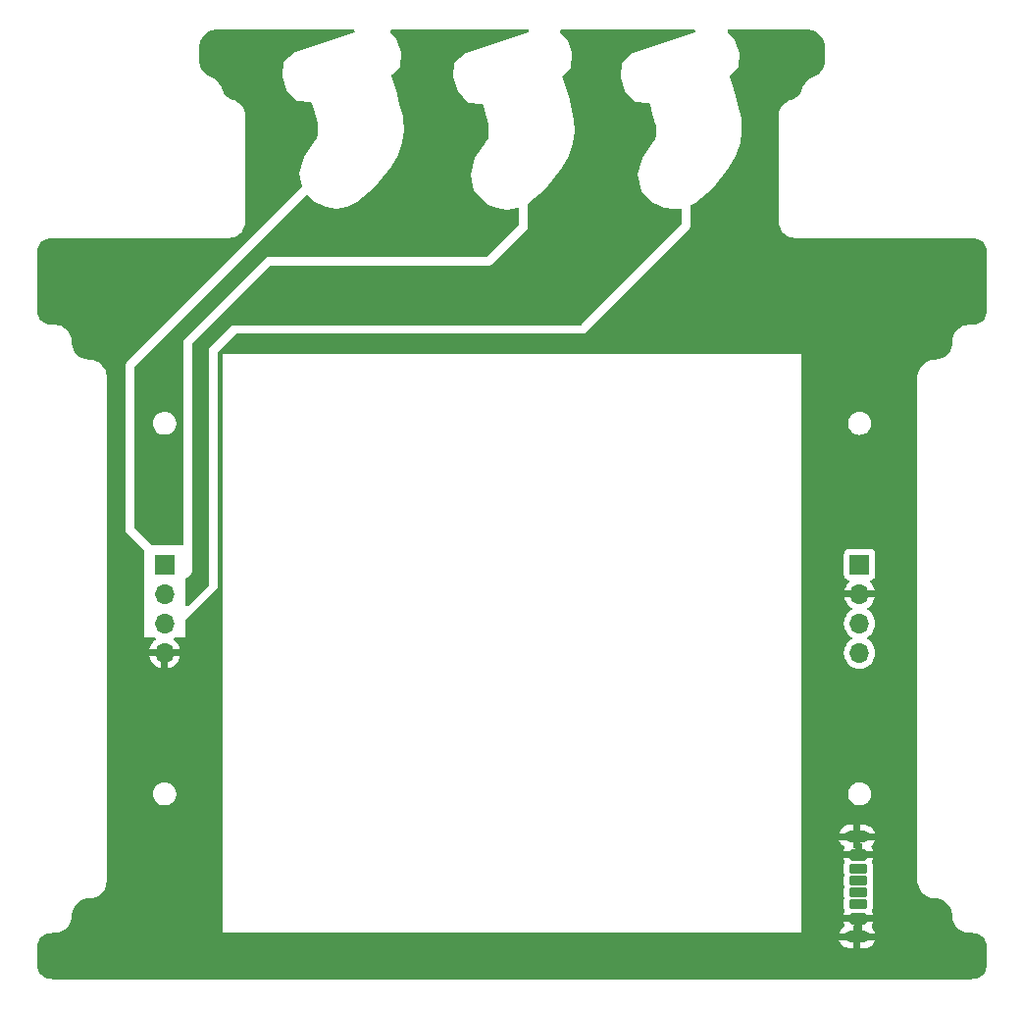
<source format=gbr>
G04 #@! TF.GenerationSoftware,KiCad,Pcbnew,7.0.8*
G04 #@! TF.CreationDate,2023-11-05T18:38:43+01:00*
G04 #@! TF.ProjectId,Middle,4d696464-6c65-42e6-9b69-6361645f7063,rev?*
G04 #@! TF.SameCoordinates,Original*
G04 #@! TF.FileFunction,Copper,L2,Bot*
G04 #@! TF.FilePolarity,Positive*
%FSLAX46Y46*%
G04 Gerber Fmt 4.6, Leading zero omitted, Abs format (unit mm)*
G04 Created by KiCad (PCBNEW 7.0.8) date 2023-11-05 18:38:43*
%MOMM*%
%LPD*%
G01*
G04 APERTURE LIST*
G04 Aperture macros list*
%AMRoundRect*
0 Rectangle with rounded corners*
0 $1 Rounding radius*
0 $2 $3 $4 $5 $6 $7 $8 $9 X,Y pos of 4 corners*
0 Add a 4 corners polygon primitive as box body*
4,1,4,$2,$3,$4,$5,$6,$7,$8,$9,$2,$3,0*
0 Add four circle primitives for the rounded corners*
1,1,$1+$1,$2,$3*
1,1,$1+$1,$4,$5*
1,1,$1+$1,$6,$7*
1,1,$1+$1,$8,$9*
0 Add four rect primitives between the rounded corners*
20,1,$1+$1,$2,$3,$4,$5,0*
20,1,$1+$1,$4,$5,$6,$7,0*
20,1,$1+$1,$6,$7,$8,$9,0*
20,1,$1+$1,$8,$9,$2,$3,0*%
G04 Aperture macros list end*
G04 #@! TA.AperFunction,ComponentPad*
%ADD10R,1.700000X1.700000*%
G04 #@! TD*
G04 #@! TA.AperFunction,ComponentPad*
%ADD11O,1.700000X1.700000*%
G04 #@! TD*
G04 #@! TA.AperFunction,ComponentPad*
%ADD12RoundRect,0.205000X0.557000X-0.205000X0.557000X0.205000X-0.557000X0.205000X-0.557000X-0.205000X0*%
G04 #@! TD*
G04 #@! TA.AperFunction,ComponentPad*
%ADD13RoundRect,0.215500X0.546500X-0.215500X0.546500X0.215500X-0.546500X0.215500X-0.546500X-0.215500X0*%
G04 #@! TD*
G04 #@! TA.AperFunction,ComponentPad*
%ADD14RoundRect,0.250000X0.512000X-0.250000X0.512000X0.250000X-0.512000X0.250000X-0.512000X-0.250000X0*%
G04 #@! TD*
G04 #@! TA.AperFunction,ComponentPad*
%ADD15O,2.200000X1.000000*%
G04 #@! TD*
G04 APERTURE END LIST*
D10*
X160000000Y-106200000D03*
D11*
X160000000Y-108740000D03*
X160000000Y-111280000D03*
X160000000Y-113820000D03*
D10*
X100000000Y-106200000D03*
D11*
X100000000Y-108740000D03*
X100000000Y-111280000D03*
X100000000Y-113820000D03*
D12*
X159900000Y-134500000D03*
D13*
X159900000Y-132480000D03*
D14*
X159900000Y-131250000D03*
D12*
X159900000Y-133500000D03*
D13*
X159900000Y-135520000D03*
D14*
X159900000Y-136750000D03*
D15*
X159780000Y-138320000D03*
X159780000Y-129680000D03*
G04 #@! TA.AperFunction,Conductor*
G36*
X116347892Y-60020185D02*
G01*
X116393647Y-60072989D01*
X116403591Y-60142147D01*
X116374566Y-60205703D01*
X116319752Y-60242241D01*
X111254167Y-61915818D01*
X111254166Y-61915818D01*
X110258556Y-62770210D01*
X110258555Y-62770212D01*
X110166136Y-64077592D01*
X110166136Y-64077595D01*
X110554412Y-65222182D01*
X111418316Y-66202626D01*
X111418317Y-66202626D01*
X111418318Y-66202627D01*
X112633063Y-66286259D01*
X112698590Y-66310500D01*
X112740610Y-66366322D01*
X112744944Y-66380303D01*
X112867539Y-66877923D01*
X113207977Y-68097955D01*
X113212464Y-68126945D01*
X113245411Y-69068180D01*
X113240136Y-69108552D01*
X113167063Y-69349158D01*
X113152422Y-69380639D01*
X112905426Y-69761144D01*
X112058376Y-70998087D01*
X112058375Y-70998088D01*
X111646107Y-72429989D01*
X111646106Y-72429993D01*
X111879738Y-73509532D01*
X111874679Y-73579219D01*
X111846225Y-73623442D01*
X96734838Y-88734831D01*
X96734833Y-88734837D01*
X96716883Y-88761699D01*
X96712906Y-88767011D01*
X96692194Y-88791795D01*
X96692193Y-88791797D01*
X96682706Y-88809169D01*
X96680451Y-88812969D01*
X96669802Y-88829540D01*
X96668954Y-88830651D01*
X96665068Y-88837202D01*
X96664126Y-88839872D01*
X96660521Y-88847961D01*
X96660782Y-88848072D01*
X96658402Y-88853678D01*
X96655707Y-88862293D01*
X96645122Y-88886618D01*
X96640653Y-88894465D01*
X96639506Y-88897913D01*
X96634680Y-88916817D01*
X96632685Y-88927874D01*
X96632598Y-88929264D01*
X96632180Y-88932172D01*
X96629651Y-88943328D01*
X96627979Y-88958908D01*
X96627791Y-88958887D01*
X96627544Y-88964437D01*
X96627672Y-88966823D01*
X96625469Y-88997642D01*
X96625000Y-88999999D01*
X96625000Y-103200003D01*
X96631302Y-103231684D01*
X96632247Y-103238257D01*
X96635126Y-103270430D01*
X96635129Y-103270442D01*
X96640700Y-103289415D01*
X96641794Y-103293702D01*
X96645986Y-103312973D01*
X96646172Y-103314356D01*
X96648052Y-103321718D01*
X96648052Y-103321719D01*
X96648053Y-103321721D01*
X96649275Y-103324276D01*
X96652439Y-103332530D01*
X96652704Y-103332424D01*
X96654985Y-103338070D01*
X96659177Y-103346078D01*
X96668896Y-103370767D01*
X96671290Y-103379491D01*
X96671291Y-103379492D01*
X96672940Y-103382786D01*
X96682837Y-103399466D01*
X96689295Y-103408766D01*
X96690229Y-103409824D01*
X96691972Y-103412154D01*
X96698060Y-103421815D01*
X96707889Y-103434003D01*
X96707740Y-103434122D01*
X96711475Y-103438205D01*
X96711479Y-103438210D01*
X96713263Y-103439813D01*
X96733500Y-103463168D01*
X96734831Y-103465161D01*
X98163681Y-104894011D01*
X98197166Y-104955334D01*
X98200000Y-104981692D01*
X98200000Y-112500000D01*
X99138225Y-112500000D01*
X99205264Y-112519685D01*
X99251019Y-112572489D01*
X99260963Y-112641647D01*
X99231938Y-112705203D01*
X99209348Y-112725575D01*
X99128926Y-112781886D01*
X99128920Y-112781891D01*
X98961891Y-112948920D01*
X98961886Y-112948926D01*
X98826400Y-113142420D01*
X98826399Y-113142422D01*
X98726570Y-113356507D01*
X98726566Y-113356516D01*
X98682761Y-113519999D01*
X98682762Y-113520000D01*
X99598446Y-113520000D01*
X99540507Y-113610156D01*
X99500000Y-113748111D01*
X99500000Y-113891889D01*
X99540507Y-114029844D01*
X99598446Y-114120000D01*
X98682762Y-114120000D01*
X98726566Y-114283483D01*
X98726570Y-114283492D01*
X98826399Y-114497578D01*
X98961894Y-114691082D01*
X99128917Y-114858105D01*
X99322421Y-114993600D01*
X99536507Y-115093429D01*
X99536516Y-115093433D01*
X99699999Y-115137238D01*
X99700000Y-115137237D01*
X99700000Y-114221643D01*
X99726900Y-114244952D01*
X99857685Y-114304680D01*
X99964237Y-114320000D01*
X100035763Y-114320000D01*
X100142315Y-114304680D01*
X100273100Y-114244952D01*
X100300000Y-114221643D01*
X100300000Y-115137238D01*
X100463483Y-115093433D01*
X100463492Y-115093429D01*
X100677578Y-114993600D01*
X100871082Y-114858105D01*
X101038105Y-114691082D01*
X101173600Y-114497578D01*
X101273429Y-114283492D01*
X101273433Y-114283483D01*
X101317238Y-114120000D01*
X100401554Y-114120000D01*
X100459493Y-114029844D01*
X100500000Y-113891889D01*
X100500000Y-113748111D01*
X100459493Y-113610156D01*
X100401554Y-113520000D01*
X101317238Y-113520000D01*
X101317238Y-113519999D01*
X101273433Y-113356516D01*
X101273429Y-113356507D01*
X101173600Y-113142422D01*
X101173599Y-113142420D01*
X101038113Y-112948926D01*
X101038108Y-112948920D01*
X100871078Y-112781890D01*
X100790651Y-112725574D01*
X100747026Y-112670997D01*
X100739834Y-112601499D01*
X100771356Y-112539144D01*
X100831586Y-112503731D01*
X100861775Y-112500000D01*
X101800000Y-112500000D01*
X101800000Y-111071692D01*
X101819685Y-111004653D01*
X101836319Y-110984011D01*
X103085712Y-109734618D01*
X104465165Y-108355165D01*
X104483117Y-108328295D01*
X104487091Y-108322988D01*
X104507812Y-108298194D01*
X104517297Y-108280821D01*
X104519538Y-108277043D01*
X104530246Y-108260384D01*
X104530247Y-108260382D01*
X104531091Y-108259274D01*
X104534960Y-108252751D01*
X104534959Y-108252751D01*
X104534962Y-108252749D01*
X104535890Y-108250116D01*
X104539420Y-108242205D01*
X104539129Y-108242081D01*
X104541510Y-108236480D01*
X104541512Y-108236477D01*
X104544253Y-108227734D01*
X104554818Y-108203477D01*
X104559350Y-108195520D01*
X104559351Y-108195515D01*
X104560517Y-108192011D01*
X104565309Y-108173240D01*
X104567316Y-108162113D01*
X104567403Y-108160717D01*
X104567787Y-108158045D01*
X104570322Y-108146885D01*
X104570697Y-108143405D01*
X104570699Y-108143401D01*
X104570698Y-108143396D01*
X104572009Y-108131255D01*
X104572200Y-108131275D01*
X104572436Y-108126000D01*
X104572445Y-108125643D01*
X104572455Y-108125578D01*
X104572326Y-108123183D01*
X104574534Y-108092341D01*
X104575000Y-108089999D01*
X104575000Y-88000000D01*
X105000000Y-88000000D01*
X105000000Y-138000000D01*
X155000000Y-138000000D01*
X155000000Y-126000000D01*
X158994659Y-126000000D01*
X159013975Y-126196129D01*
X159071188Y-126384733D01*
X159164086Y-126558532D01*
X159164090Y-126558539D01*
X159289116Y-126710883D01*
X159441460Y-126835909D01*
X159441467Y-126835913D01*
X159441469Y-126835914D01*
X159615273Y-126928814D01*
X159645937Y-126938116D01*
X159649436Y-126939294D01*
X159651796Y-126940168D01*
X159651799Y-126940170D01*
X159658005Y-126941776D01*
X159803868Y-126986024D01*
X159834662Y-126989056D01*
X159841911Y-126990344D01*
X159841955Y-126990063D01*
X159848175Y-126991015D01*
X159848182Y-126991017D01*
X159859880Y-126991610D01*
X159862782Y-126991826D01*
X160000000Y-127005341D01*
X160035203Y-127001873D01*
X160044500Y-127001653D01*
X160044498Y-127001610D01*
X160050768Y-127001291D01*
X160050780Y-127001292D01*
X160066580Y-126998871D01*
X160069831Y-126998463D01*
X160196132Y-126986024D01*
X160234291Y-126974448D01*
X160250827Y-126970694D01*
X160251296Y-126970573D01*
X160251299Y-126970573D01*
X160268704Y-126964127D01*
X160272227Y-126962940D01*
X160384727Y-126928814D01*
X160427647Y-126905872D01*
X160435331Y-126902415D01*
X160441530Y-126900120D01*
X160458615Y-126889470D01*
X160462088Y-126887463D01*
X160558538Y-126835910D01*
X160599627Y-126802188D01*
X160606142Y-126797515D01*
X160613684Y-126792815D01*
X160628726Y-126778516D01*
X160632034Y-126775592D01*
X160710883Y-126710883D01*
X160747511Y-126666251D01*
X160752696Y-126660674D01*
X160760715Y-126653052D01*
X160772568Y-126636021D01*
X160775484Y-126632165D01*
X160835910Y-126558538D01*
X160865356Y-126503446D01*
X160869125Y-126497293D01*
X160876601Y-126486553D01*
X160884578Y-126467963D01*
X160886862Y-126463213D01*
X160928814Y-126384727D01*
X160948361Y-126320288D01*
X160950696Y-126313892D01*
X160956600Y-126300135D01*
X160960497Y-126281170D01*
X160961881Y-126275719D01*
X160986024Y-126196132D01*
X160993116Y-126124121D01*
X160994082Y-126117740D01*
X160997435Y-126101429D01*
X160998098Y-126075196D01*
X160998373Y-126070741D01*
X161005341Y-126000000D01*
X160998373Y-125929261D01*
X160998098Y-125924800D01*
X160997435Y-125898571D01*
X160994081Y-125882253D01*
X160993116Y-125875881D01*
X160986024Y-125803868D01*
X160961888Y-125724305D01*
X160960492Y-125718804D01*
X160956600Y-125699865D01*
X160950702Y-125686121D01*
X160948354Y-125679687D01*
X160928814Y-125615273D01*
X160886871Y-125536803D01*
X160884577Y-125532035D01*
X160876601Y-125513447D01*
X160869135Y-125502721D01*
X160865347Y-125496535D01*
X160835910Y-125441462D01*
X160835908Y-125441460D01*
X160835908Y-125441459D01*
X160816696Y-125418050D01*
X160775498Y-125367850D01*
X160772561Y-125363969D01*
X160760715Y-125346948D01*
X160752711Y-125339339D01*
X160747497Y-125333731D01*
X160710883Y-125289116D01*
X160632085Y-125224448D01*
X160628703Y-125221460D01*
X160613686Y-125207187D01*
X160613684Y-125207185D01*
X160606145Y-125202486D01*
X160599606Y-125197794D01*
X160558540Y-125164091D01*
X160558532Y-125164086D01*
X160493705Y-125129436D01*
X160462130Y-125112558D01*
X160458570Y-125110501D01*
X160441535Y-125099883D01*
X160441534Y-125099882D01*
X160441530Y-125099880D01*
X160441526Y-125099878D01*
X160441523Y-125099877D01*
X160435335Y-125097585D01*
X160427635Y-125094120D01*
X160384728Y-125071186D01*
X160272253Y-125037066D01*
X160268721Y-125035878D01*
X160251300Y-125029427D01*
X160250854Y-125029312D01*
X160234276Y-125025547D01*
X160196132Y-125013976D01*
X160196130Y-125013975D01*
X160196132Y-125013975D01*
X160069849Y-125001537D01*
X160066541Y-125001122D01*
X160050784Y-124998708D01*
X160044504Y-124998390D01*
X160044506Y-124998347D01*
X160035205Y-124998125D01*
X160000003Y-124994659D01*
X159999999Y-124994659D01*
X159862793Y-125008171D01*
X159859860Y-125008390D01*
X159848185Y-125008982D01*
X159841974Y-125009934D01*
X159841931Y-125009654D01*
X159834679Y-125010941D01*
X159803869Y-125013975D01*
X159658009Y-125058221D01*
X159651793Y-125059831D01*
X159649430Y-125060706D01*
X159645903Y-125061893D01*
X159615270Y-125071186D01*
X159441467Y-125164086D01*
X159441460Y-125164090D01*
X159289116Y-125289116D01*
X159164090Y-125441460D01*
X159164086Y-125441467D01*
X159071188Y-125615266D01*
X159013975Y-125803870D01*
X158994659Y-126000000D01*
X155000000Y-126000000D01*
X155000000Y-113820000D01*
X158644341Y-113820000D01*
X158664936Y-114055403D01*
X158664938Y-114055413D01*
X158726094Y-114283655D01*
X158726096Y-114283659D01*
X158726097Y-114283663D01*
X158825847Y-114497578D01*
X158825965Y-114497830D01*
X158825967Y-114497834D01*
X158934281Y-114652521D01*
X158961505Y-114691401D01*
X159128599Y-114858495D01*
X159225384Y-114926265D01*
X159322165Y-114994032D01*
X159322167Y-114994033D01*
X159322170Y-114994035D01*
X159536337Y-115093903D01*
X159764592Y-115155063D01*
X159952918Y-115171539D01*
X159999999Y-115175659D01*
X160000000Y-115175659D01*
X160000001Y-115175659D01*
X160039234Y-115172226D01*
X160235408Y-115155063D01*
X160463663Y-115093903D01*
X160677830Y-114994035D01*
X160871401Y-114858495D01*
X161038495Y-114691401D01*
X161174035Y-114497830D01*
X161273903Y-114283663D01*
X161335063Y-114055408D01*
X161355659Y-113820000D01*
X161335063Y-113584592D01*
X161273903Y-113356337D01*
X161174035Y-113142171D01*
X161038495Y-112948599D01*
X161038494Y-112948597D01*
X160871402Y-112781506D01*
X160871396Y-112781501D01*
X160685842Y-112651575D01*
X160642217Y-112596998D01*
X160635023Y-112527500D01*
X160666546Y-112465145D01*
X160685842Y-112448425D01*
X160708026Y-112432891D01*
X160871401Y-112318495D01*
X161038495Y-112151401D01*
X161174035Y-111957830D01*
X161273903Y-111743663D01*
X161335063Y-111515408D01*
X161355659Y-111280000D01*
X161335063Y-111044592D01*
X161273903Y-110816337D01*
X161174035Y-110602171D01*
X161038495Y-110408599D01*
X161038494Y-110408597D01*
X160871402Y-110241506D01*
X160871401Y-110241505D01*
X160685405Y-110111269D01*
X160641781Y-110056692D01*
X160634588Y-109987193D01*
X160666110Y-109924839D01*
X160685405Y-109908119D01*
X160871082Y-109778105D01*
X161038105Y-109611082D01*
X161173600Y-109417578D01*
X161273429Y-109203492D01*
X161273433Y-109203483D01*
X161317238Y-109040000D01*
X160401554Y-109040000D01*
X160459493Y-108949844D01*
X160500000Y-108811889D01*
X160500000Y-108668111D01*
X160459493Y-108530156D01*
X160401554Y-108440000D01*
X161317238Y-108440000D01*
X161317238Y-108439999D01*
X161273433Y-108276516D01*
X161273429Y-108276507D01*
X161173600Y-108062422D01*
X161173599Y-108062420D01*
X161038113Y-107868926D01*
X161038108Y-107868920D01*
X160916053Y-107746865D01*
X160882568Y-107685542D01*
X160887552Y-107615850D01*
X160929424Y-107559917D01*
X160960400Y-107543002D01*
X161092331Y-107493796D01*
X161207546Y-107407546D01*
X161293796Y-107292331D01*
X161344091Y-107157483D01*
X161350500Y-107097873D01*
X161350499Y-105302128D01*
X161344091Y-105242517D01*
X161293796Y-105107669D01*
X161293795Y-105107668D01*
X161293793Y-105107664D01*
X161207547Y-104992455D01*
X161207544Y-104992452D01*
X161092335Y-104906206D01*
X161092328Y-104906202D01*
X160957482Y-104855908D01*
X160957483Y-104855908D01*
X160897883Y-104849501D01*
X160897881Y-104849500D01*
X160897873Y-104849500D01*
X160897864Y-104849500D01*
X159102129Y-104849500D01*
X159102123Y-104849501D01*
X159042516Y-104855908D01*
X158907671Y-104906202D01*
X158907664Y-104906206D01*
X158792455Y-104992452D01*
X158792452Y-104992455D01*
X158706206Y-105107664D01*
X158706202Y-105107671D01*
X158655908Y-105242517D01*
X158649501Y-105302116D01*
X158649501Y-105302123D01*
X158649500Y-105302135D01*
X158649500Y-107097870D01*
X158649501Y-107097876D01*
X158655908Y-107157483D01*
X158706202Y-107292328D01*
X158706206Y-107292335D01*
X158792452Y-107407544D01*
X158792455Y-107407547D01*
X158907664Y-107493793D01*
X158907671Y-107493797D01*
X158907674Y-107493798D01*
X159039598Y-107543002D01*
X159095531Y-107584873D01*
X159119949Y-107650337D01*
X159105098Y-107718610D01*
X159083947Y-107746865D01*
X158961886Y-107868926D01*
X158826400Y-108062420D01*
X158826399Y-108062422D01*
X158726570Y-108276507D01*
X158726566Y-108276516D01*
X158682761Y-108439999D01*
X158682762Y-108440000D01*
X159598446Y-108440000D01*
X159540507Y-108530156D01*
X159500000Y-108668111D01*
X159500000Y-108811889D01*
X159540507Y-108949844D01*
X159598446Y-109040000D01*
X158682762Y-109040000D01*
X158726566Y-109203483D01*
X158726570Y-109203492D01*
X158826399Y-109417578D01*
X158961894Y-109611082D01*
X159128917Y-109778105D01*
X159314595Y-109908119D01*
X159358219Y-109962696D01*
X159365412Y-110032195D01*
X159333890Y-110094549D01*
X159314595Y-110111269D01*
X159128594Y-110241508D01*
X158961505Y-110408597D01*
X158825965Y-110602169D01*
X158825964Y-110602171D01*
X158726098Y-110816335D01*
X158726094Y-110816344D01*
X158664938Y-111044586D01*
X158664936Y-111044596D01*
X158644341Y-111279999D01*
X158644341Y-111280000D01*
X158664936Y-111515403D01*
X158664938Y-111515413D01*
X158726094Y-111743655D01*
X158726096Y-111743659D01*
X158726097Y-111743663D01*
X158825965Y-111957830D01*
X158825967Y-111957834D01*
X158961501Y-112151395D01*
X158961506Y-112151402D01*
X159128597Y-112318493D01*
X159128603Y-112318498D01*
X159314158Y-112448425D01*
X159357783Y-112503002D01*
X159364977Y-112572500D01*
X159333454Y-112634855D01*
X159314158Y-112651575D01*
X159128597Y-112781505D01*
X158961505Y-112948597D01*
X158825965Y-113142169D01*
X158825964Y-113142171D01*
X158726098Y-113356335D01*
X158726094Y-113356344D01*
X158664938Y-113584586D01*
X158664936Y-113584596D01*
X158644341Y-113819999D01*
X158644341Y-113820000D01*
X155000000Y-113820000D01*
X155000000Y-94000000D01*
X158994659Y-94000000D01*
X159013975Y-94196129D01*
X159071188Y-94384733D01*
X159164086Y-94558532D01*
X159164090Y-94558539D01*
X159289116Y-94710883D01*
X159441460Y-94835909D01*
X159441467Y-94835913D01*
X159441469Y-94835914D01*
X159615273Y-94928814D01*
X159645937Y-94938116D01*
X159649436Y-94939294D01*
X159651796Y-94940168D01*
X159651799Y-94940170D01*
X159658005Y-94941776D01*
X159803868Y-94986024D01*
X159834662Y-94989056D01*
X159841911Y-94990344D01*
X159841955Y-94990063D01*
X159848175Y-94991015D01*
X159848182Y-94991017D01*
X159859880Y-94991610D01*
X159862782Y-94991826D01*
X160000000Y-95005341D01*
X160035203Y-95001873D01*
X160044500Y-95001653D01*
X160044498Y-95001610D01*
X160050768Y-95001291D01*
X160050780Y-95001292D01*
X160066580Y-94998871D01*
X160069831Y-94998463D01*
X160196132Y-94986024D01*
X160234291Y-94974448D01*
X160250827Y-94970694D01*
X160251296Y-94970573D01*
X160251299Y-94970573D01*
X160268704Y-94964127D01*
X160272227Y-94962940D01*
X160384727Y-94928814D01*
X160427647Y-94905872D01*
X160435331Y-94902415D01*
X160441530Y-94900120D01*
X160458615Y-94889470D01*
X160462088Y-94887463D01*
X160558538Y-94835910D01*
X160599627Y-94802188D01*
X160606142Y-94797515D01*
X160613684Y-94792815D01*
X160628726Y-94778516D01*
X160632034Y-94775592D01*
X160710883Y-94710883D01*
X160747511Y-94666251D01*
X160752696Y-94660674D01*
X160760715Y-94653052D01*
X160772568Y-94636021D01*
X160775484Y-94632165D01*
X160835910Y-94558538D01*
X160865356Y-94503446D01*
X160869125Y-94497293D01*
X160876601Y-94486553D01*
X160884578Y-94467963D01*
X160886862Y-94463213D01*
X160928814Y-94384727D01*
X160948361Y-94320288D01*
X160950696Y-94313892D01*
X160956600Y-94300135D01*
X160960497Y-94281170D01*
X160961881Y-94275719D01*
X160986024Y-94196132D01*
X160993116Y-94124121D01*
X160994082Y-94117740D01*
X160997435Y-94101429D01*
X160998098Y-94075196D01*
X160998373Y-94070741D01*
X161005341Y-94000000D01*
X160998373Y-93929261D01*
X160998098Y-93924800D01*
X160997435Y-93898571D01*
X160994081Y-93882253D01*
X160993116Y-93875881D01*
X160986024Y-93803868D01*
X160961888Y-93724305D01*
X160960492Y-93718804D01*
X160956600Y-93699865D01*
X160950702Y-93686121D01*
X160948354Y-93679687D01*
X160928814Y-93615273D01*
X160886871Y-93536803D01*
X160884577Y-93532035D01*
X160876601Y-93513447D01*
X160869135Y-93502721D01*
X160865347Y-93496535D01*
X160835910Y-93441462D01*
X160835908Y-93441460D01*
X160835908Y-93441459D01*
X160816696Y-93418050D01*
X160775498Y-93367850D01*
X160772561Y-93363969D01*
X160760715Y-93346948D01*
X160752711Y-93339339D01*
X160747497Y-93333731D01*
X160710883Y-93289116D01*
X160632085Y-93224448D01*
X160628703Y-93221460D01*
X160613686Y-93207187D01*
X160613684Y-93207185D01*
X160606145Y-93202486D01*
X160599606Y-93197794D01*
X160558540Y-93164091D01*
X160558532Y-93164086D01*
X160493705Y-93129436D01*
X160462130Y-93112558D01*
X160458570Y-93110501D01*
X160441535Y-93099883D01*
X160441534Y-93099882D01*
X160441530Y-93099880D01*
X160441526Y-93099878D01*
X160441523Y-93099877D01*
X160435335Y-93097585D01*
X160427635Y-93094120D01*
X160384728Y-93071186D01*
X160272253Y-93037066D01*
X160268721Y-93035878D01*
X160251300Y-93029427D01*
X160250854Y-93029312D01*
X160234276Y-93025547D01*
X160196132Y-93013976D01*
X160196130Y-93013975D01*
X160196132Y-93013975D01*
X160069849Y-93001537D01*
X160066541Y-93001122D01*
X160050784Y-92998708D01*
X160044504Y-92998390D01*
X160044506Y-92998347D01*
X160035205Y-92998125D01*
X160000003Y-92994659D01*
X159999999Y-92994659D01*
X159862793Y-93008171D01*
X159859860Y-93008390D01*
X159848185Y-93008982D01*
X159841974Y-93009934D01*
X159841931Y-93009654D01*
X159834679Y-93010941D01*
X159803869Y-93013975D01*
X159658009Y-93058221D01*
X159651793Y-93059831D01*
X159649430Y-93060706D01*
X159645903Y-93061893D01*
X159615270Y-93071186D01*
X159441467Y-93164086D01*
X159441460Y-93164090D01*
X159289116Y-93289116D01*
X159164090Y-93441460D01*
X159164086Y-93441467D01*
X159071188Y-93615266D01*
X159013975Y-93803870D01*
X158994659Y-94000000D01*
X155000000Y-94000000D01*
X155000000Y-88000000D01*
X105000000Y-88000000D01*
X104575000Y-88000000D01*
X104575000Y-87906692D01*
X104594685Y-87839653D01*
X104611319Y-87819011D01*
X106119012Y-86311319D01*
X106180335Y-86277834D01*
X106206693Y-86275000D01*
X136100003Y-86275000D01*
X136112559Y-86272501D01*
X136131701Y-86268693D01*
X136138254Y-86267751D01*
X136170441Y-86264871D01*
X136189433Y-86259293D01*
X136193689Y-86258206D01*
X136212990Y-86254008D01*
X136214379Y-86253822D01*
X136221746Y-86251941D01*
X136221747Y-86251940D01*
X136221752Y-86251940D01*
X136224284Y-86250727D01*
X136232455Y-86247601D01*
X136232341Y-86247318D01*
X136237982Y-86245040D01*
X136237983Y-86245039D01*
X136237988Y-86245038D01*
X136246075Y-86240808D01*
X136270719Y-86231111D01*
X136270876Y-86231067D01*
X136279524Y-86228694D01*
X136279525Y-86228692D01*
X136282874Y-86227016D01*
X136299389Y-86217215D01*
X136302477Y-86215070D01*
X136302481Y-86215069D01*
X136302483Y-86215066D01*
X136308732Y-86210728D01*
X136309778Y-86209804D01*
X136312025Y-86208122D01*
X136321716Y-86202018D01*
X136324424Y-86199835D01*
X136324427Y-86199834D01*
X136324429Y-86199831D01*
X136333942Y-86192165D01*
X136334062Y-86192313D01*
X136338199Y-86188530D01*
X136338199Y-86188529D01*
X136338204Y-86188526D01*
X136339804Y-86186744D01*
X136363171Y-86166496D01*
X136365165Y-86165165D01*
X145265165Y-77265165D01*
X145283116Y-77238298D01*
X145287096Y-77232982D01*
X145307808Y-77208199D01*
X145307810Y-77208197D01*
X145317299Y-77190817D01*
X145319539Y-77187042D01*
X145330228Y-77170411D01*
X145331069Y-77169309D01*
X145334947Y-77162769D01*
X145334953Y-77162764D01*
X145335885Y-77160122D01*
X145339434Y-77152164D01*
X145339152Y-77152044D01*
X145341532Y-77146440D01*
X145341537Y-77146432D01*
X145344275Y-77137692D01*
X145354835Y-77113434D01*
X145359363Y-77105482D01*
X145359364Y-77105477D01*
X145360545Y-77101925D01*
X145365296Y-77083307D01*
X145365962Y-77079614D01*
X145365964Y-77079610D01*
X145365963Y-77079604D01*
X145367317Y-77072105D01*
X145367402Y-77070724D01*
X145367797Y-77067975D01*
X145370332Y-77056817D01*
X145372014Y-77041205D01*
X145372203Y-77041225D01*
X145372454Y-77035590D01*
X145372455Y-77035585D01*
X145372326Y-77033183D01*
X145374531Y-77002354D01*
X145375000Y-77000000D01*
X145375000Y-75254955D01*
X145394685Y-75187916D01*
X145447489Y-75142161D01*
X145447696Y-75142066D01*
X145825469Y-74970834D01*
X147305974Y-73741886D01*
X148729260Y-71930942D01*
X149335922Y-70875079D01*
X149704050Y-69829465D01*
X149842868Y-68791110D01*
X149785250Y-67750694D01*
X149765664Y-67669159D01*
X149475655Y-66461844D01*
X149304397Y-65748894D01*
X149296790Y-65724612D01*
X149121669Y-65165579D01*
X148778024Y-64068578D01*
X148776769Y-63998721D01*
X148813481Y-63939274D01*
X148815556Y-63937451D01*
X149517958Y-63334678D01*
X149610378Y-62027295D01*
X149222102Y-60882708D01*
X148626250Y-60206477D01*
X148596699Y-60143165D01*
X148606068Y-60073926D01*
X148651383Y-60020744D01*
X148718257Y-60000504D01*
X148719286Y-60000500D01*
X155497787Y-60000500D01*
X155502207Y-60000657D01*
X155569755Y-60005489D01*
X155716644Y-60017049D01*
X155724947Y-60018274D01*
X155819760Y-60038899D01*
X155936225Y-60066860D01*
X155943401Y-60069051D01*
X156039737Y-60104983D01*
X156117922Y-60137368D01*
X156145856Y-60148939D01*
X156151847Y-60151805D01*
X156242937Y-60201543D01*
X156245580Y-60203073D01*
X156340903Y-60261488D01*
X156345643Y-60264705D01*
X156429440Y-60327435D01*
X156432520Y-60329898D01*
X156516937Y-60401997D01*
X156520513Y-60405303D01*
X156594695Y-60479485D01*
X156598001Y-60483061D01*
X156670094Y-60567471D01*
X156672576Y-60570574D01*
X156735289Y-60654349D01*
X156738521Y-60659111D01*
X156796910Y-60754393D01*
X156798463Y-60757076D01*
X156848193Y-60848151D01*
X156851059Y-60854141D01*
X156895016Y-60960260D01*
X156930942Y-61056582D01*
X156933140Y-61063781D01*
X156961098Y-61180231D01*
X156981723Y-61275044D01*
X156982950Y-61283367D01*
X156994517Y-61430331D01*
X156999342Y-61497789D01*
X156999500Y-61502213D01*
X156999500Y-62669452D01*
X156999355Y-62673690D01*
X156995515Y-62729752D01*
X156983809Y-62881641D01*
X156982691Y-62889516D01*
X156964150Y-62978621D01*
X156936776Y-63095113D01*
X156934829Y-63101724D01*
X156902063Y-63193783D01*
X156859236Y-63299569D01*
X156856796Y-63304865D01*
X156811389Y-63392358D01*
X156809582Y-63395599D01*
X156752697Y-63490808D01*
X156750094Y-63494806D01*
X156692855Y-63575750D01*
X156689953Y-63579536D01*
X156619143Y-63664908D01*
X156616689Y-63667692D01*
X156549343Y-63739654D01*
X156545163Y-63743719D01*
X156459695Y-63819361D01*
X156383823Y-63880932D01*
X156378240Y-63884971D01*
X156277522Y-63949615D01*
X156199676Y-63996802D01*
X156192636Y-64000475D01*
X156102566Y-64040364D01*
X156056473Y-64060776D01*
X156001246Y-64084658D01*
X155997247Y-64086226D01*
X155964064Y-64097921D01*
X155962256Y-64098603D01*
X155935344Y-64108119D01*
X155905064Y-64118827D01*
X155726165Y-64210517D01*
X155726157Y-64210521D01*
X155561096Y-64325245D01*
X155561093Y-64325248D01*
X155412788Y-64460982D01*
X155412779Y-64460992D01*
X155283924Y-64615269D01*
X155283919Y-64615277D01*
X155176783Y-64785378D01*
X155093289Y-64968257D01*
X155064743Y-65062344D01*
X155063337Y-65066455D01*
X155048885Y-65104315D01*
X154983255Y-65270405D01*
X154979854Y-65277617D01*
X154937130Y-65354923D01*
X154868620Y-65469228D01*
X154864977Y-65474640D01*
X154807701Y-65550746D01*
X154805439Y-65553577D01*
X154724612Y-65648843D01*
X154721174Y-65652575D01*
X154652575Y-65721174D01*
X154648843Y-65724612D01*
X154553577Y-65805439D01*
X154550746Y-65807701D01*
X154474640Y-65864977D01*
X154469228Y-65868620D01*
X154354923Y-65937130D01*
X154277617Y-65979854D01*
X154270405Y-65983255D01*
X154104317Y-66048884D01*
X154066496Y-66063322D01*
X154062351Y-66064739D01*
X153962439Y-66094991D01*
X153962429Y-66094995D01*
X153769265Y-66185068D01*
X153769263Y-66185070D01*
X153590754Y-66301546D01*
X153590742Y-66301555D01*
X153430504Y-66442079D01*
X153430498Y-66442085D01*
X153291712Y-66603864D01*
X153177184Y-66783637D01*
X153089220Y-66977777D01*
X153089219Y-66977779D01*
X153029570Y-67182419D01*
X152999448Y-67393415D01*
X152999447Y-67393428D01*
X152999500Y-67500000D01*
X152999500Y-76607317D01*
X153030044Y-76819764D01*
X153030047Y-76819774D01*
X153090517Y-77025715D01*
X153179672Y-77220938D01*
X153179679Y-77220951D01*
X153295720Y-77401514D01*
X153436275Y-77563724D01*
X153516508Y-77633246D01*
X153598487Y-77704281D01*
X153687460Y-77761460D01*
X153779048Y-77820320D01*
X153779061Y-77820327D01*
X153974284Y-77909482D01*
X153974288Y-77909483D01*
X153974290Y-77909484D01*
X154180231Y-77969954D01*
X154180232Y-77969954D01*
X154180235Y-77969955D01*
X154243584Y-77979062D01*
X154392682Y-78000500D01*
X154392683Y-78000500D01*
X169499988Y-78000500D01*
X169706578Y-78006598D01*
X169711020Y-78006889D01*
X169918851Y-78028097D01*
X169924867Y-78029011D01*
X169928545Y-78029755D01*
X169938610Y-78031794D01*
X170214879Y-78096206D01*
X170235438Y-78102938D01*
X170402697Y-78174414D01*
X170422481Y-78185084D01*
X170443316Y-78198895D01*
X170585067Y-78295695D01*
X170613110Y-78322085D01*
X170815219Y-78582583D01*
X170834917Y-78619478D01*
X170951733Y-78970885D01*
X170956809Y-78992405D01*
X170985119Y-79189887D01*
X170985634Y-79194946D01*
X170987511Y-79226005D01*
X170999300Y-79484645D01*
X170999500Y-79500029D01*
X170999500Y-83999988D01*
X170993399Y-84206580D01*
X170993106Y-84211045D01*
X170971903Y-84418841D01*
X170970989Y-84424858D01*
X170968198Y-84438638D01*
X170903795Y-84714868D01*
X170897059Y-84735440D01*
X170825582Y-84902701D01*
X170814911Y-84922487D01*
X170801091Y-84943334D01*
X170704301Y-85085070D01*
X170677911Y-85113112D01*
X170417415Y-85315219D01*
X170380520Y-85334917D01*
X170029112Y-85451734D01*
X170007591Y-85456810D01*
X169810110Y-85485119D01*
X169805051Y-85485634D01*
X169773989Y-85487512D01*
X169515355Y-85499300D01*
X169499971Y-85499500D01*
X169392682Y-85499500D01*
X169180235Y-85530044D01*
X169180225Y-85530047D01*
X168974284Y-85590517D01*
X168779061Y-85679672D01*
X168779048Y-85679679D01*
X168598485Y-85795720D01*
X168436275Y-85936275D01*
X168295720Y-86098485D01*
X168179679Y-86279048D01*
X168179672Y-86279061D01*
X168090517Y-86474284D01*
X168030047Y-86680225D01*
X168030044Y-86680235D01*
X167999500Y-86892682D01*
X167999500Y-86997786D01*
X167999342Y-87002210D01*
X167994517Y-87069668D01*
X167982950Y-87216632D01*
X167981723Y-87224955D01*
X167961101Y-87319755D01*
X167933140Y-87436217D01*
X167930942Y-87443416D01*
X167895016Y-87539739D01*
X167851059Y-87645857D01*
X167848193Y-87651847D01*
X167798463Y-87742922D01*
X167796910Y-87745605D01*
X167738521Y-87840887D01*
X167735289Y-87845649D01*
X167672576Y-87929424D01*
X167670087Y-87932536D01*
X167598001Y-88016937D01*
X167594695Y-88020513D01*
X167520513Y-88094695D01*
X167516937Y-88098001D01*
X167432536Y-88170087D01*
X167429424Y-88172576D01*
X167345649Y-88235289D01*
X167340887Y-88238521D01*
X167245605Y-88296910D01*
X167242922Y-88298463D01*
X167151847Y-88348193D01*
X167145857Y-88351059D01*
X167039739Y-88395016D01*
X166943416Y-88430942D01*
X166936217Y-88433140D01*
X166819755Y-88461101D01*
X166724955Y-88481723D01*
X166716632Y-88482950D01*
X166569668Y-88494517D01*
X166521555Y-88497958D01*
X166502208Y-88499342D01*
X166497786Y-88499500D01*
X166392682Y-88499500D01*
X166180235Y-88530044D01*
X166180225Y-88530047D01*
X165974284Y-88590517D01*
X165779061Y-88679672D01*
X165779048Y-88679679D01*
X165598485Y-88795720D01*
X165436275Y-88936275D01*
X165295720Y-89098485D01*
X165179679Y-89279048D01*
X165179672Y-89279061D01*
X165090517Y-89474284D01*
X165030047Y-89680225D01*
X165030044Y-89680235D01*
X164999500Y-89892682D01*
X164999500Y-133607317D01*
X165030044Y-133819764D01*
X165030047Y-133819774D01*
X165090517Y-134025715D01*
X165179672Y-134220938D01*
X165179679Y-134220951D01*
X165295720Y-134401514D01*
X165436275Y-134563724D01*
X165516508Y-134633246D01*
X165598487Y-134704281D01*
X165687460Y-134761460D01*
X165779048Y-134820320D01*
X165779061Y-134820327D01*
X165974284Y-134909482D01*
X165974288Y-134909483D01*
X165974290Y-134909484D01*
X166180231Y-134969954D01*
X166180232Y-134969954D01*
X166180235Y-134969955D01*
X166243584Y-134979062D01*
X166392682Y-135000500D01*
X166497787Y-135000500D01*
X166502207Y-135000657D01*
X166569755Y-135005489D01*
X166716644Y-135017049D01*
X166724947Y-135018274D01*
X166819760Y-135038899D01*
X166936225Y-135066860D01*
X166943401Y-135069051D01*
X167039737Y-135104983D01*
X167117922Y-135137368D01*
X167145856Y-135148939D01*
X167151847Y-135151805D01*
X167242937Y-135201543D01*
X167245580Y-135203073D01*
X167340903Y-135261488D01*
X167345643Y-135264705D01*
X167429440Y-135327435D01*
X167432520Y-135329898D01*
X167516937Y-135401997D01*
X167520513Y-135405303D01*
X167594695Y-135479485D01*
X167598001Y-135483061D01*
X167670094Y-135567471D01*
X167672576Y-135570574D01*
X167735289Y-135654349D01*
X167738521Y-135659111D01*
X167796910Y-135754393D01*
X167798463Y-135757076D01*
X167848193Y-135848151D01*
X167851059Y-135854141D01*
X167895016Y-135960260D01*
X167930942Y-136056582D01*
X167933140Y-136063781D01*
X167961098Y-136180231D01*
X167981723Y-136275044D01*
X167982950Y-136283367D01*
X167994517Y-136430331D01*
X167999342Y-136497789D01*
X167999500Y-136502213D01*
X167999500Y-136607317D01*
X168030044Y-136819764D01*
X168030047Y-136819774D01*
X168090517Y-137025715D01*
X168179672Y-137220938D01*
X168179679Y-137220951D01*
X168242768Y-137319119D01*
X168290943Y-137394082D01*
X168295720Y-137401514D01*
X168436275Y-137563724D01*
X168509853Y-137627479D01*
X168598487Y-137704281D01*
X168643236Y-137733039D01*
X168779048Y-137820320D01*
X168779061Y-137820327D01*
X168974284Y-137909482D01*
X168974288Y-137909483D01*
X168974290Y-137909484D01*
X169180231Y-137969954D01*
X169180232Y-137969954D01*
X169180235Y-137969955D01*
X169243584Y-137979062D01*
X169392682Y-138000500D01*
X169392683Y-138000500D01*
X169499988Y-138000500D01*
X169706578Y-138006598D01*
X169711020Y-138006889D01*
X169918851Y-138028097D01*
X169924867Y-138029011D01*
X169928545Y-138029755D01*
X169938610Y-138031794D01*
X170214879Y-138096206D01*
X170235438Y-138102938D01*
X170402697Y-138174414D01*
X170422481Y-138185084D01*
X170443316Y-138198895D01*
X170585067Y-138295695D01*
X170613110Y-138322085D01*
X170815219Y-138582583D01*
X170834917Y-138619478D01*
X170951733Y-138970885D01*
X170956809Y-138992405D01*
X170985119Y-139189887D01*
X170985634Y-139194946D01*
X170987511Y-139226005D01*
X170999300Y-139484645D01*
X170999500Y-139500029D01*
X170999500Y-140499988D01*
X170993399Y-140706580D01*
X170993106Y-140711045D01*
X170971903Y-140918841D01*
X170970989Y-140924858D01*
X170968198Y-140938638D01*
X170903795Y-141214868D01*
X170897059Y-141235440D01*
X170825582Y-141402701D01*
X170814911Y-141422487D01*
X170801091Y-141443334D01*
X170704301Y-141585070D01*
X170677911Y-141613112D01*
X170417415Y-141815219D01*
X170380520Y-141834917D01*
X170029112Y-141951734D01*
X170007591Y-141956810D01*
X169810110Y-141985119D01*
X169805051Y-141985634D01*
X169773989Y-141987512D01*
X169515355Y-141999300D01*
X169499971Y-141999500D01*
X90500029Y-141999500D01*
X90484645Y-141999300D01*
X90226005Y-141987511D01*
X90194946Y-141985634D01*
X90189887Y-141985119D01*
X89992405Y-141956809D01*
X89970885Y-141951733D01*
X89619478Y-141834917D01*
X89582583Y-141815219D01*
X89322085Y-141613110D01*
X89295695Y-141585067D01*
X89198895Y-141443316D01*
X89185084Y-141422481D01*
X89174414Y-141402697D01*
X89102940Y-141235443D01*
X89096206Y-141214879D01*
X89031794Y-140938610D01*
X89029011Y-140924867D01*
X89028097Y-140918850D01*
X89028096Y-140918841D01*
X89006889Y-140711020D01*
X89006598Y-140706577D01*
X89000500Y-140499987D01*
X89000500Y-139500029D01*
X89000502Y-139499819D01*
X89000699Y-139484637D01*
X89012486Y-139225981D01*
X89014364Y-139194941D01*
X89014876Y-139189902D01*
X89043189Y-138992405D01*
X89048261Y-138970900D01*
X89165084Y-138619471D01*
X89184774Y-138582591D01*
X89386893Y-138322080D01*
X89414927Y-138295698D01*
X89556720Y-138198868D01*
X89577521Y-138185079D01*
X89597292Y-138174417D01*
X89764569Y-138102934D01*
X89785110Y-138096209D01*
X90061386Y-138031794D01*
X90071641Y-138029717D01*
X90075141Y-138029009D01*
X90081135Y-138028097D01*
X90160489Y-138020000D01*
X158224700Y-138020000D01*
X159152198Y-138020000D01*
X159069750Y-138035412D01*
X158974390Y-138094457D01*
X158906799Y-138183962D01*
X158876105Y-138291840D01*
X158886454Y-138403521D01*
X158936448Y-138503922D01*
X159019334Y-138579484D01*
X159123920Y-138620000D01*
X158224728Y-138620000D01*
X158277563Y-138762660D01*
X158277565Y-138762664D01*
X158385149Y-138935267D01*
X158525264Y-139082668D01*
X158525266Y-139082669D01*
X158692195Y-139198856D01*
X158879092Y-139279059D01*
X159078310Y-139320000D01*
X159480000Y-139320000D01*
X159480000Y-138620000D01*
X160080000Y-138620000D01*
X160080000Y-139320000D01*
X160430713Y-139320000D01*
X160582338Y-139304581D01*
X160776381Y-139243700D01*
X160776391Y-139243695D01*
X160954215Y-139144994D01*
X160954216Y-139144994D01*
X161108530Y-139012521D01*
X161108531Y-139012520D01*
X161233018Y-138851695D01*
X161322588Y-138669093D01*
X161335300Y-138620000D01*
X160407802Y-138620000D01*
X160490250Y-138604588D01*
X160585610Y-138545543D01*
X160653201Y-138456038D01*
X160683895Y-138348160D01*
X160673546Y-138236479D01*
X160623552Y-138136078D01*
X160540666Y-138060516D01*
X160436080Y-138020000D01*
X161335272Y-138020000D01*
X161282436Y-137877339D01*
X161282434Y-137877335D01*
X161174850Y-137704732D01*
X161048808Y-137572136D01*
X161016887Y-137509984D01*
X161023635Y-137440441D01*
X161033144Y-137421606D01*
X161096355Y-137319126D01*
X161096358Y-137319119D01*
X161151505Y-137152697D01*
X161151506Y-137152690D01*
X161161998Y-137050000D01*
X160365686Y-137050000D01*
X160427641Y-136988045D01*
X160485165Y-136875148D01*
X160504986Y-136750000D01*
X160485165Y-136624852D01*
X160427641Y-136511955D01*
X160367185Y-136451499D01*
X160494206Y-136451499D01*
X160505741Y-136450320D01*
X160512040Y-136450000D01*
X161161997Y-136450000D01*
X161161997Y-136449999D01*
X161151505Y-136347302D01*
X161096358Y-136180880D01*
X161096355Y-136180874D01*
X161094849Y-136178432D01*
X161094326Y-136176523D01*
X161093304Y-136174330D01*
X161093678Y-136174155D01*
X161076408Y-136111040D01*
X161094851Y-136048232D01*
X161099834Y-136040155D01*
X161152481Y-135881273D01*
X161162500Y-135783207D01*
X161162499Y-135256794D01*
X161152481Y-135158727D01*
X161114561Y-135044288D01*
X161112159Y-134974462D01*
X161113882Y-134968397D01*
X161132240Y-134909484D01*
X161156041Y-134833104D01*
X161162500Y-134762026D01*
X161162500Y-134237974D01*
X161156041Y-134166896D01*
X161115528Y-134036887D01*
X161114377Y-133967031D01*
X161115513Y-133963161D01*
X161156041Y-133833104D01*
X161162500Y-133762026D01*
X161162500Y-133237974D01*
X161156041Y-133166896D01*
X161113882Y-133031602D01*
X161112730Y-132961742D01*
X161114553Y-132955732D01*
X161152481Y-132841273D01*
X161162500Y-132743207D01*
X161162499Y-132216794D01*
X161152481Y-132118727D01*
X161099834Y-131959845D01*
X161094848Y-131951761D01*
X161076408Y-131884369D01*
X161093605Y-131825810D01*
X161093304Y-131825670D01*
X161094228Y-131823686D01*
X161094853Y-131821561D01*
X161096355Y-131819124D01*
X161096358Y-131819119D01*
X161151505Y-131652697D01*
X161151506Y-131652690D01*
X161161998Y-131550000D01*
X160512051Y-131550000D01*
X160505749Y-131549679D01*
X160494207Y-131548500D01*
X160494206Y-131548500D01*
X160367186Y-131548500D01*
X160427641Y-131488045D01*
X160485165Y-131375148D01*
X160504986Y-131250000D01*
X160485165Y-131124852D01*
X160427641Y-131011955D01*
X160365686Y-130950000D01*
X161161997Y-130950000D01*
X161161997Y-130949999D01*
X161151505Y-130847302D01*
X161096358Y-130680880D01*
X161096353Y-130680869D01*
X161031839Y-130576276D01*
X161013398Y-130508884D01*
X161034320Y-130442220D01*
X161056609Y-130417091D01*
X161108533Y-130372516D01*
X161233018Y-130211695D01*
X161322588Y-130029093D01*
X161335300Y-129980000D01*
X160407802Y-129980000D01*
X160490250Y-129964588D01*
X160585610Y-129905543D01*
X160653201Y-129816038D01*
X160683895Y-129708160D01*
X160673546Y-129596479D01*
X160623552Y-129496078D01*
X160540666Y-129420516D01*
X160436080Y-129380000D01*
X161335272Y-129380000D01*
X161282436Y-129237339D01*
X161282434Y-129237335D01*
X161174850Y-129064732D01*
X161034735Y-128917331D01*
X161034733Y-128917330D01*
X160867804Y-128801143D01*
X160680907Y-128720940D01*
X160481690Y-128680000D01*
X160080000Y-128680000D01*
X160080000Y-129380000D01*
X159480000Y-129380000D01*
X159480000Y-128680000D01*
X159129287Y-128680000D01*
X158977661Y-128695418D01*
X158783618Y-128756299D01*
X158783608Y-128756304D01*
X158605784Y-128855005D01*
X158605783Y-128855005D01*
X158451469Y-128987478D01*
X158451468Y-128987479D01*
X158326981Y-129148304D01*
X158237411Y-129330906D01*
X158224700Y-129380000D01*
X159152198Y-129380000D01*
X159069750Y-129395412D01*
X158974390Y-129454457D01*
X158906799Y-129543962D01*
X158876105Y-129651840D01*
X158886454Y-129763521D01*
X158936448Y-129863922D01*
X159019334Y-129939484D01*
X159123920Y-129980000D01*
X158224728Y-129980000D01*
X158277563Y-130122660D01*
X158277565Y-130122664D01*
X158385149Y-130295267D01*
X158525264Y-130442668D01*
X158525266Y-130442669D01*
X158658361Y-130535306D01*
X158702140Y-130589760D01*
X158709528Y-130659238D01*
X158705230Y-130676084D01*
X158648495Y-130847299D01*
X158648493Y-130847309D01*
X158638002Y-130950000D01*
X159600000Y-130950000D01*
X159600000Y-130720000D01*
X159598337Y-130718337D01*
X159536961Y-130700315D01*
X159491206Y-130647511D01*
X159480000Y-130596000D01*
X159480000Y-129980000D01*
X160080000Y-129980000D01*
X160080000Y-130210000D01*
X160081662Y-130211662D01*
X160143039Y-130229685D01*
X160188794Y-130282489D01*
X160200000Y-130334000D01*
X160200000Y-130860852D01*
X160131481Y-130850000D01*
X160068519Y-130850000D01*
X159974852Y-130864835D01*
X159861955Y-130922359D01*
X159772359Y-131011955D01*
X159714835Y-131124852D01*
X159695014Y-131250000D01*
X159714835Y-131375148D01*
X159772359Y-131488045D01*
X159832814Y-131548500D01*
X159305800Y-131548500D01*
X159305788Y-131548501D01*
X159298538Y-131549242D01*
X159294258Y-131549679D01*
X159287960Y-131550000D01*
X158638003Y-131550000D01*
X158648494Y-131652697D01*
X158703641Y-131819119D01*
X158703645Y-131819126D01*
X158705152Y-131821570D01*
X158705674Y-131823478D01*
X158706696Y-131825670D01*
X158706321Y-131825844D01*
X158723591Y-131888963D01*
X158705154Y-131951756D01*
X158700166Y-131959843D01*
X158700164Y-131959847D01*
X158647519Y-132118723D01*
X158647519Y-132118724D01*
X158637500Y-132216785D01*
X158637500Y-132743199D01*
X158637501Y-132743215D01*
X158647519Y-132841274D01*
X158685438Y-132955710D01*
X158687839Y-133025539D01*
X158686118Y-133031603D01*
X158643958Y-133166898D01*
X158637500Y-133237976D01*
X158637500Y-133762023D01*
X158643959Y-133833105D01*
X158684470Y-133963110D01*
X158685621Y-134032970D01*
X158684470Y-134036890D01*
X158643959Y-134166894D01*
X158637500Y-134237976D01*
X158637500Y-134762023D01*
X158643958Y-134833100D01*
X158643958Y-134833102D01*
X158643959Y-134833104D01*
X158667759Y-134909482D01*
X158686118Y-134968396D01*
X158687268Y-135038256D01*
X158685438Y-135044288D01*
X158647520Y-135158721D01*
X158647519Y-135158725D01*
X158637500Y-135256785D01*
X158637500Y-135783199D01*
X158637501Y-135783215D01*
X158647519Y-135881275D01*
X158700164Y-136040152D01*
X158700165Y-136040155D01*
X158705150Y-136048236D01*
X158723591Y-136115628D01*
X158706398Y-136174188D01*
X158706696Y-136174327D01*
X158705782Y-136176286D01*
X158705156Y-136178420D01*
X158703646Y-136180867D01*
X158703644Y-136180872D01*
X158648494Y-136347302D01*
X158648493Y-136347309D01*
X158638002Y-136450000D01*
X159287949Y-136450000D01*
X159294250Y-136450320D01*
X159305793Y-136451500D01*
X159832814Y-136451499D01*
X159772359Y-136511955D01*
X159714835Y-136624852D01*
X159695014Y-136750000D01*
X159714835Y-136875148D01*
X159772359Y-136988045D01*
X159861955Y-137077641D01*
X159974852Y-137135165D01*
X160068519Y-137150000D01*
X160131481Y-137150000D01*
X160200000Y-137139147D01*
X160200000Y-137666000D01*
X160180315Y-137733039D01*
X160127511Y-137778794D01*
X160081112Y-137788887D01*
X160080000Y-137790000D01*
X160080000Y-138020000D01*
X159480000Y-138020000D01*
X159480000Y-137404000D01*
X159499685Y-137336961D01*
X159552489Y-137291206D01*
X159598887Y-137281112D01*
X159600000Y-137280000D01*
X159600000Y-137050000D01*
X158638003Y-137050000D01*
X158648494Y-137152697D01*
X158705342Y-137324253D01*
X158707744Y-137394082D01*
X158672012Y-137454123D01*
X158647815Y-137471675D01*
X158605788Y-137495002D01*
X158605783Y-137495005D01*
X158451469Y-137627478D01*
X158451468Y-137627479D01*
X158326981Y-137788304D01*
X158237411Y-137970906D01*
X158224700Y-138020000D01*
X90160489Y-138020000D01*
X90288981Y-138006889D01*
X90293414Y-138006598D01*
X90500012Y-138000500D01*
X90607318Y-138000500D01*
X90777851Y-137975980D01*
X90819764Y-137969955D01*
X90819765Y-137969954D01*
X90819769Y-137969954D01*
X91025710Y-137909484D01*
X91025713Y-137909482D01*
X91025715Y-137909482D01*
X91220938Y-137820327D01*
X91220944Y-137820323D01*
X91220950Y-137820321D01*
X91401513Y-137704281D01*
X91563724Y-137563724D01*
X91704281Y-137401513D01*
X91820321Y-137220950D01*
X91820323Y-137220944D01*
X91820327Y-137220938D01*
X91909482Y-137025715D01*
X91909482Y-137025713D01*
X91909484Y-137025710D01*
X91969954Y-136819769D01*
X92000500Y-136607318D01*
X92000500Y-136502212D01*
X92000658Y-136497788D01*
X92005492Y-136430203D01*
X92017049Y-136283360D01*
X92018276Y-136275045D01*
X92018277Y-136275044D01*
X92038384Y-136182612D01*
X92038902Y-136180231D01*
X92055513Y-136111040D01*
X92066860Y-136063774D01*
X92069051Y-136056598D01*
X92104989Y-135960246D01*
X92148943Y-135854133D01*
X92151797Y-135848167D01*
X92201563Y-135757027D01*
X92203053Y-135754453D01*
X92261500Y-135659075D01*
X92264690Y-135654375D01*
X92327458Y-135570527D01*
X92329873Y-135567508D01*
X92402020Y-135483036D01*
X92405278Y-135479511D01*
X92479511Y-135405278D01*
X92483036Y-135402020D01*
X92567508Y-135329873D01*
X92570527Y-135327458D01*
X92654375Y-135264690D01*
X92659075Y-135261500D01*
X92754453Y-135203053D01*
X92757027Y-135201563D01*
X92848167Y-135151797D01*
X92854133Y-135148943D01*
X92960246Y-135104989D01*
X93056611Y-135069046D01*
X93063764Y-135066863D01*
X93180191Y-135038910D01*
X93275058Y-135018273D01*
X93283351Y-135017050D01*
X93430203Y-135005492D01*
X93497792Y-135000657D01*
X93502213Y-135000500D01*
X93607317Y-135000500D01*
X93607318Y-135000500D01*
X93777851Y-134975980D01*
X93819764Y-134969955D01*
X93819765Y-134969954D01*
X93819769Y-134969954D01*
X94025710Y-134909484D01*
X94025713Y-134909482D01*
X94025715Y-134909482D01*
X94220938Y-134820327D01*
X94220944Y-134820323D01*
X94220950Y-134820321D01*
X94401513Y-134704281D01*
X94563724Y-134563724D01*
X94704281Y-134401513D01*
X94820321Y-134220950D01*
X94820323Y-134220944D01*
X94820327Y-134220938D01*
X94909482Y-134025715D01*
X94909482Y-134025713D01*
X94909484Y-134025710D01*
X94969954Y-133819769D01*
X95000500Y-133607318D01*
X95000500Y-133500000D01*
X95000500Y-133499500D01*
X95000500Y-126000000D01*
X98994659Y-126000000D01*
X99013975Y-126196129D01*
X99071188Y-126384733D01*
X99164086Y-126558532D01*
X99164090Y-126558539D01*
X99289116Y-126710883D01*
X99441460Y-126835909D01*
X99441467Y-126835913D01*
X99441469Y-126835914D01*
X99615273Y-126928814D01*
X99645937Y-126938116D01*
X99649436Y-126939294D01*
X99651796Y-126940168D01*
X99651799Y-126940170D01*
X99658005Y-126941776D01*
X99803868Y-126986024D01*
X99834662Y-126989056D01*
X99841911Y-126990344D01*
X99841955Y-126990063D01*
X99848175Y-126991015D01*
X99848182Y-126991017D01*
X99859880Y-126991610D01*
X99862782Y-126991826D01*
X100000000Y-127005341D01*
X100035203Y-127001873D01*
X100044500Y-127001653D01*
X100044498Y-127001610D01*
X100050768Y-127001291D01*
X100050780Y-127001292D01*
X100066580Y-126998871D01*
X100069831Y-126998463D01*
X100196132Y-126986024D01*
X100234291Y-126974448D01*
X100250827Y-126970694D01*
X100251296Y-126970573D01*
X100251299Y-126970573D01*
X100268704Y-126964127D01*
X100272227Y-126962940D01*
X100384727Y-126928814D01*
X100427647Y-126905872D01*
X100435331Y-126902415D01*
X100441530Y-126900120D01*
X100458615Y-126889470D01*
X100462088Y-126887463D01*
X100558538Y-126835910D01*
X100599627Y-126802188D01*
X100606142Y-126797515D01*
X100613684Y-126792815D01*
X100628726Y-126778516D01*
X100632034Y-126775592D01*
X100710883Y-126710883D01*
X100747511Y-126666251D01*
X100752696Y-126660674D01*
X100760715Y-126653052D01*
X100772568Y-126636021D01*
X100775484Y-126632165D01*
X100835910Y-126558538D01*
X100865356Y-126503446D01*
X100869125Y-126497293D01*
X100876601Y-126486553D01*
X100884578Y-126467963D01*
X100886862Y-126463213D01*
X100928814Y-126384727D01*
X100948361Y-126320288D01*
X100950696Y-126313892D01*
X100956600Y-126300135D01*
X100960497Y-126281170D01*
X100961881Y-126275719D01*
X100986024Y-126196132D01*
X100993116Y-126124121D01*
X100994082Y-126117740D01*
X100997435Y-126101429D01*
X100998098Y-126075196D01*
X100998373Y-126070741D01*
X101005341Y-126000000D01*
X100998373Y-125929261D01*
X100998098Y-125924800D01*
X100997435Y-125898571D01*
X100994081Y-125882253D01*
X100993116Y-125875881D01*
X100986024Y-125803868D01*
X100961888Y-125724305D01*
X100960492Y-125718804D01*
X100956600Y-125699865D01*
X100950702Y-125686121D01*
X100948354Y-125679687D01*
X100928814Y-125615273D01*
X100886871Y-125536803D01*
X100884577Y-125532035D01*
X100876601Y-125513447D01*
X100869135Y-125502721D01*
X100865347Y-125496535D01*
X100835910Y-125441462D01*
X100835908Y-125441460D01*
X100835908Y-125441459D01*
X100816696Y-125418050D01*
X100775498Y-125367850D01*
X100772561Y-125363969D01*
X100760715Y-125346948D01*
X100752711Y-125339339D01*
X100747497Y-125333731D01*
X100710883Y-125289116D01*
X100632085Y-125224448D01*
X100628703Y-125221460D01*
X100613686Y-125207187D01*
X100613684Y-125207185D01*
X100606145Y-125202486D01*
X100599606Y-125197794D01*
X100558540Y-125164091D01*
X100558532Y-125164086D01*
X100493705Y-125129436D01*
X100462130Y-125112558D01*
X100458570Y-125110501D01*
X100441535Y-125099883D01*
X100441534Y-125099882D01*
X100441530Y-125099880D01*
X100441526Y-125099878D01*
X100441523Y-125099877D01*
X100435335Y-125097585D01*
X100427635Y-125094120D01*
X100384728Y-125071186D01*
X100272253Y-125037066D01*
X100268721Y-125035878D01*
X100251300Y-125029427D01*
X100250854Y-125029312D01*
X100234276Y-125025547D01*
X100196132Y-125013976D01*
X100196130Y-125013975D01*
X100196132Y-125013975D01*
X100069849Y-125001537D01*
X100066541Y-125001122D01*
X100050784Y-124998708D01*
X100044504Y-124998390D01*
X100044506Y-124998347D01*
X100035205Y-124998125D01*
X100000003Y-124994659D01*
X99999999Y-124994659D01*
X99862793Y-125008171D01*
X99859860Y-125008390D01*
X99848185Y-125008982D01*
X99841974Y-125009934D01*
X99841931Y-125009654D01*
X99834679Y-125010941D01*
X99803869Y-125013975D01*
X99658009Y-125058221D01*
X99651793Y-125059831D01*
X99649430Y-125060706D01*
X99645903Y-125061893D01*
X99615270Y-125071186D01*
X99441467Y-125164086D01*
X99441460Y-125164090D01*
X99289116Y-125289116D01*
X99164090Y-125441460D01*
X99164086Y-125441467D01*
X99071188Y-125615266D01*
X99013975Y-125803870D01*
X98994659Y-126000000D01*
X95000500Y-126000000D01*
X95000500Y-89999901D01*
X95000500Y-89892682D01*
X94969954Y-89680231D01*
X94909484Y-89474290D01*
X94909483Y-89474288D01*
X94909482Y-89474284D01*
X94820327Y-89279061D01*
X94820320Y-89279048D01*
X94762648Y-89189309D01*
X94704281Y-89098487D01*
X94634570Y-89018036D01*
X94563724Y-88936275D01*
X94401514Y-88795720D01*
X94401513Y-88795719D01*
X94306769Y-88734831D01*
X94220951Y-88679679D01*
X94220938Y-88679672D01*
X94025715Y-88590517D01*
X93819774Y-88530047D01*
X93819764Y-88530044D01*
X93628754Y-88502582D01*
X93607318Y-88499500D01*
X93607317Y-88499500D01*
X93502214Y-88499500D01*
X93497791Y-88499342D01*
X93469525Y-88497320D01*
X93430331Y-88494517D01*
X93283366Y-88482950D01*
X93275043Y-88481723D01*
X93180244Y-88461101D01*
X93063781Y-88433140D01*
X93056582Y-88430942D01*
X92960260Y-88395016D01*
X92854141Y-88351059D01*
X92848151Y-88348193D01*
X92757076Y-88298463D01*
X92754393Y-88296910D01*
X92659106Y-88238517D01*
X92654349Y-88235289D01*
X92570574Y-88172576D01*
X92567471Y-88170094D01*
X92483061Y-88098001D01*
X92479485Y-88094695D01*
X92405303Y-88020513D01*
X92401997Y-88016937D01*
X92387531Y-88000000D01*
X92329898Y-87932520D01*
X92327435Y-87929440D01*
X92264705Y-87845643D01*
X92261488Y-87840903D01*
X92203073Y-87745580D01*
X92201535Y-87742922D01*
X92151805Y-87651847D01*
X92148939Y-87645856D01*
X92127652Y-87594465D01*
X92104983Y-87539737D01*
X92069051Y-87443401D01*
X92066860Y-87436225D01*
X92038899Y-87319760D01*
X92018274Y-87224947D01*
X92017049Y-87216644D01*
X92005489Y-87069755D01*
X92000657Y-87002207D01*
X92000500Y-86997787D01*
X92000500Y-86892683D01*
X92000500Y-86892682D01*
X91969954Y-86680231D01*
X91909484Y-86474290D01*
X91909483Y-86474288D01*
X91909482Y-86474284D01*
X91820327Y-86279061D01*
X91820320Y-86279048D01*
X91747132Y-86165165D01*
X91704281Y-86098487D01*
X91634570Y-86018036D01*
X91563724Y-85936275D01*
X91401514Y-85795720D01*
X91401513Y-85795719D01*
X91312540Y-85738540D01*
X91220951Y-85679679D01*
X91220938Y-85679672D01*
X91025715Y-85590517D01*
X90819774Y-85530047D01*
X90819764Y-85530044D01*
X90628754Y-85502582D01*
X90607318Y-85499500D01*
X90607317Y-85499500D01*
X90500029Y-85499500D01*
X90484645Y-85499300D01*
X90226005Y-85487511D01*
X90194946Y-85485634D01*
X90189887Y-85485119D01*
X89992405Y-85456809D01*
X89970885Y-85451733D01*
X89619478Y-85334917D01*
X89582583Y-85315219D01*
X89322085Y-85113110D01*
X89295695Y-85085067D01*
X89198895Y-84943316D01*
X89185084Y-84922481D01*
X89174414Y-84902697D01*
X89102940Y-84735443D01*
X89096206Y-84714879D01*
X89031794Y-84438610D01*
X89029011Y-84424867D01*
X89028097Y-84418850D01*
X89028096Y-84418841D01*
X89006889Y-84211020D01*
X89006598Y-84206577D01*
X89000500Y-83999987D01*
X89000500Y-79500029D01*
X89000502Y-79499819D01*
X89000699Y-79484637D01*
X89012486Y-79225981D01*
X89014364Y-79194941D01*
X89014876Y-79189902D01*
X89043189Y-78992405D01*
X89048261Y-78970900D01*
X89165084Y-78619471D01*
X89184774Y-78582591D01*
X89386893Y-78322080D01*
X89414927Y-78295698D01*
X89556720Y-78198868D01*
X89577521Y-78185079D01*
X89597292Y-78174417D01*
X89764569Y-78102934D01*
X89785110Y-78096209D01*
X90061386Y-78031794D01*
X90071641Y-78029717D01*
X90075141Y-78029009D01*
X90081135Y-78028097D01*
X90288981Y-78006889D01*
X90293414Y-78006598D01*
X90500012Y-78000500D01*
X105499500Y-78000500D01*
X105500000Y-78000500D01*
X105607318Y-78000500D01*
X105777851Y-77975980D01*
X105819764Y-77969955D01*
X105819765Y-77969954D01*
X105819769Y-77969954D01*
X106025710Y-77909484D01*
X106025713Y-77909482D01*
X106025715Y-77909482D01*
X106220938Y-77820327D01*
X106220944Y-77820323D01*
X106220950Y-77820321D01*
X106401513Y-77704281D01*
X106563724Y-77563724D01*
X106704281Y-77401513D01*
X106820321Y-77220950D01*
X106820323Y-77220944D01*
X106820327Y-77220938D01*
X106909482Y-77025715D01*
X106909482Y-77025713D01*
X106909484Y-77025710D01*
X106969954Y-76819769D01*
X107000500Y-76607318D01*
X107000500Y-76500000D01*
X107000500Y-76499500D01*
X107000500Y-67499901D01*
X107000500Y-67497912D01*
X107000500Y-67496731D01*
X107000552Y-67393425D01*
X106985480Y-67287858D01*
X106970428Y-67182419D01*
X106964441Y-67161880D01*
X106910781Y-66977782D01*
X106822812Y-66783633D01*
X106708287Y-66603865D01*
X106569503Y-66442088D01*
X106409249Y-66301550D01*
X106409248Y-66301549D01*
X106409239Y-66301543D01*
X106230741Y-66185072D01*
X106037558Y-66094992D01*
X106037559Y-66094992D01*
X105937668Y-66064746D01*
X105933524Y-66063330D01*
X105895682Y-66048885D01*
X105729593Y-65983255D01*
X105722380Y-65979854D01*
X105645075Y-65937130D01*
X105530770Y-65868620D01*
X105525358Y-65864977D01*
X105449252Y-65807701D01*
X105446421Y-65805439D01*
X105351155Y-65724612D01*
X105347435Y-65721185D01*
X105278812Y-65652562D01*
X105275386Y-65648843D01*
X105194559Y-65553577D01*
X105192297Y-65550746D01*
X105135021Y-65474640D01*
X105131387Y-65469243D01*
X105062868Y-65354923D01*
X105020140Y-65277609D01*
X105016743Y-65270405D01*
X104951114Y-65104318D01*
X104951113Y-65104315D01*
X104936659Y-65066448D01*
X104935262Y-65062362D01*
X104906715Y-64968268D01*
X104906711Y-64968254D01*
X104823219Y-64785381D01*
X104823218Y-64785378D01*
X104716079Y-64615273D01*
X104587214Y-64460984D01*
X104587211Y-64460981D01*
X104438919Y-64325257D01*
X104438916Y-64325255D01*
X104438913Y-64325252D01*
X104273843Y-64210521D01*
X104273842Y-64210520D01*
X104273835Y-64210516D01*
X104094933Y-64118825D01*
X104094928Y-64118823D01*
X104094920Y-64118819D01*
X104093521Y-64118216D01*
X104002192Y-64086028D01*
X103998187Y-64084458D01*
X103946647Y-64062166D01*
X103943446Y-64060749D01*
X103807342Y-64000493D01*
X103800293Y-63996815D01*
X103722462Y-63949631D01*
X103621754Y-63884988D01*
X103616189Y-63880962D01*
X103583242Y-63854223D01*
X103540299Y-63819369D01*
X103454836Y-63743726D01*
X103450656Y-63739660D01*
X103383312Y-63667695D01*
X103380859Y-63664911D01*
X103310057Y-63579544D01*
X103307155Y-63575758D01*
X103249908Y-63494797D01*
X103247321Y-63490822D01*
X103190419Y-63395578D01*
X103188624Y-63392357D01*
X103143213Y-63304851D01*
X103140791Y-63299594D01*
X103097962Y-63193798D01*
X103065185Y-63101703D01*
X103063243Y-63095102D01*
X103035875Y-62978629D01*
X103017327Y-62889487D01*
X103016215Y-62881661D01*
X103004663Y-62731992D01*
X103000645Y-62673309D01*
X103000500Y-62669073D01*
X103000500Y-61502212D01*
X103000658Y-61497788D01*
X103005492Y-61430203D01*
X103017049Y-61283360D01*
X103018276Y-61275045D01*
X103018277Y-61275044D01*
X103038902Y-61180231D01*
X103040842Y-61172148D01*
X103066860Y-61063774D01*
X103069051Y-61056598D01*
X103104989Y-60960246D01*
X103148943Y-60854133D01*
X103151797Y-60848167D01*
X103201563Y-60757027D01*
X103203053Y-60754453D01*
X103261500Y-60659075D01*
X103264690Y-60654375D01*
X103327458Y-60570527D01*
X103329873Y-60567508D01*
X103402020Y-60483036D01*
X103405278Y-60479511D01*
X103479511Y-60405278D01*
X103483036Y-60402020D01*
X103567508Y-60329873D01*
X103570527Y-60327458D01*
X103654375Y-60264690D01*
X103659075Y-60261500D01*
X103754453Y-60203053D01*
X103757027Y-60201563D01*
X103848167Y-60151797D01*
X103854133Y-60148943D01*
X103960246Y-60104989D01*
X104056611Y-60069046D01*
X104063764Y-60066863D01*
X104180191Y-60038910D01*
X104275058Y-60018273D01*
X104283351Y-60017050D01*
X104430203Y-60005492D01*
X104497792Y-60000657D01*
X104502213Y-60000500D01*
X116280853Y-60000500D01*
X116347892Y-60020185D01*
G37*
G04 #@! TD.AperFunction*
G04 #@! TA.AperFunction,NonConductor*
G36*
X131400572Y-60020185D02*
G01*
X131446327Y-60072989D01*
X131456271Y-60142147D01*
X131427246Y-60205703D01*
X131372432Y-60242241D01*
X126004167Y-62015818D01*
X126004166Y-62015818D01*
X125008556Y-62870210D01*
X125008555Y-62870212D01*
X124916136Y-64177592D01*
X124916136Y-64177595D01*
X125304412Y-65322182D01*
X126168316Y-66302626D01*
X126168317Y-66302626D01*
X126168318Y-66302627D01*
X127383063Y-66386259D01*
X127448590Y-66410500D01*
X127490610Y-66466322D01*
X127494944Y-66480303D01*
X127617539Y-66977923D01*
X127957977Y-68197955D01*
X127962464Y-68226945D01*
X127995411Y-69168180D01*
X127990136Y-69208552D01*
X127917063Y-69449158D01*
X127902422Y-69480639D01*
X127655426Y-69861144D01*
X126808376Y-71098087D01*
X126808375Y-71098088D01*
X126396107Y-72529989D01*
X126396106Y-72529993D01*
X126706897Y-73966062D01*
X126706898Y-73966064D01*
X127662972Y-74922148D01*
X127762972Y-75022149D01*
X128423408Y-75315793D01*
X128686828Y-75432915D01*
X129608842Y-75545950D01*
X130479495Y-75392613D01*
X130548930Y-75400372D01*
X130603150Y-75444439D01*
X130624938Y-75510825D01*
X130625000Y-75514734D01*
X130625000Y-76793307D01*
X130605315Y-76860346D01*
X130588681Y-76880988D01*
X127880989Y-79588681D01*
X127819666Y-79622166D01*
X127793308Y-79625000D01*
X108999994Y-79625000D01*
X108968310Y-79631302D01*
X108961741Y-79632246D01*
X108929571Y-79635125D01*
X108929560Y-79635128D01*
X108910578Y-79640701D01*
X108906292Y-79641795D01*
X108887065Y-79645978D01*
X108885672Y-79646166D01*
X108878299Y-79648047D01*
X108875732Y-79649275D01*
X108867446Y-79652452D01*
X108867551Y-79652711D01*
X108861901Y-79654994D01*
X108853926Y-79659169D01*
X108829218Y-79668893D01*
X108820549Y-79671270D01*
X108817332Y-79672880D01*
X108800460Y-79682888D01*
X108791283Y-79689259D01*
X108790251Y-79690170D01*
X108787876Y-79691949D01*
X108778176Y-79698065D01*
X108765982Y-79707898D01*
X108765863Y-79707750D01*
X108761784Y-79711481D01*
X108760180Y-79713268D01*
X108736837Y-79733496D01*
X108735637Y-79734298D01*
X108734833Y-79734836D01*
X108734827Y-79734841D01*
X101734838Y-86734831D01*
X101734833Y-86734837D01*
X101716883Y-86761699D01*
X101712906Y-86767011D01*
X101692194Y-86791795D01*
X101692193Y-86791797D01*
X101682706Y-86809169D01*
X101680451Y-86812969D01*
X101669802Y-86829540D01*
X101668954Y-86830651D01*
X101665068Y-86837202D01*
X101664126Y-86839872D01*
X101660521Y-86847961D01*
X101660782Y-86848072D01*
X101658402Y-86853678D01*
X101655707Y-86862293D01*
X101645122Y-86886618D01*
X101640653Y-86894465D01*
X101639506Y-86897913D01*
X101634680Y-86916817D01*
X101632685Y-86927874D01*
X101632598Y-86929264D01*
X101632180Y-86932172D01*
X101629651Y-86943328D01*
X101627979Y-86958908D01*
X101627791Y-86958887D01*
X101627544Y-86964437D01*
X101627672Y-86966823D01*
X101625469Y-86997642D01*
X101625000Y-86999999D01*
X101625000Y-104376000D01*
X101605315Y-104443039D01*
X101552511Y-104488794D01*
X101501000Y-104500000D01*
X98881693Y-104500000D01*
X98814654Y-104480315D01*
X98794012Y-104463681D01*
X97411319Y-103080988D01*
X97377834Y-103019665D01*
X97375000Y-102993307D01*
X97375000Y-94000000D01*
X98994659Y-94000000D01*
X99013975Y-94196129D01*
X99071188Y-94384733D01*
X99164086Y-94558532D01*
X99164090Y-94558539D01*
X99289116Y-94710883D01*
X99441460Y-94835909D01*
X99441467Y-94835913D01*
X99441469Y-94835914D01*
X99615273Y-94928814D01*
X99645937Y-94938116D01*
X99649436Y-94939294D01*
X99651796Y-94940168D01*
X99651799Y-94940170D01*
X99658005Y-94941776D01*
X99803868Y-94986024D01*
X99834662Y-94989056D01*
X99841911Y-94990344D01*
X99841955Y-94990063D01*
X99848175Y-94991015D01*
X99848182Y-94991017D01*
X99859880Y-94991610D01*
X99862782Y-94991826D01*
X100000000Y-95005341D01*
X100035203Y-95001873D01*
X100044500Y-95001653D01*
X100044498Y-95001610D01*
X100050768Y-95001291D01*
X100050780Y-95001292D01*
X100066580Y-94998871D01*
X100069831Y-94998463D01*
X100196132Y-94986024D01*
X100234291Y-94974448D01*
X100250827Y-94970694D01*
X100251296Y-94970573D01*
X100251299Y-94970573D01*
X100268704Y-94964127D01*
X100272227Y-94962940D01*
X100384727Y-94928814D01*
X100427647Y-94905872D01*
X100435331Y-94902415D01*
X100441530Y-94900120D01*
X100458615Y-94889470D01*
X100462088Y-94887463D01*
X100558538Y-94835910D01*
X100599627Y-94802188D01*
X100606142Y-94797515D01*
X100613684Y-94792815D01*
X100628726Y-94778516D01*
X100632034Y-94775592D01*
X100710883Y-94710883D01*
X100747511Y-94666251D01*
X100752696Y-94660674D01*
X100760715Y-94653052D01*
X100772568Y-94636021D01*
X100775484Y-94632165D01*
X100835910Y-94558538D01*
X100865356Y-94503446D01*
X100869125Y-94497293D01*
X100876601Y-94486553D01*
X100884578Y-94467963D01*
X100886862Y-94463213D01*
X100928814Y-94384727D01*
X100948361Y-94320288D01*
X100950696Y-94313892D01*
X100956600Y-94300135D01*
X100960497Y-94281170D01*
X100961881Y-94275719D01*
X100986024Y-94196132D01*
X100993116Y-94124121D01*
X100994082Y-94117740D01*
X100997435Y-94101429D01*
X100998098Y-94075196D01*
X100998373Y-94070741D01*
X101005341Y-94000000D01*
X100998373Y-93929261D01*
X100998098Y-93924800D01*
X100997435Y-93898571D01*
X100994081Y-93882253D01*
X100993116Y-93875881D01*
X100986024Y-93803868D01*
X100961888Y-93724305D01*
X100960492Y-93718804D01*
X100956600Y-93699865D01*
X100950702Y-93686121D01*
X100948354Y-93679687D01*
X100928814Y-93615273D01*
X100886871Y-93536803D01*
X100884577Y-93532035D01*
X100876601Y-93513447D01*
X100869135Y-93502721D01*
X100865347Y-93496535D01*
X100835910Y-93441462D01*
X100835908Y-93441460D01*
X100835908Y-93441459D01*
X100816696Y-93418050D01*
X100775498Y-93367850D01*
X100772561Y-93363969D01*
X100760715Y-93346948D01*
X100752711Y-93339339D01*
X100747497Y-93333731D01*
X100710883Y-93289116D01*
X100632085Y-93224448D01*
X100628703Y-93221460D01*
X100613686Y-93207187D01*
X100613684Y-93207185D01*
X100606145Y-93202486D01*
X100599606Y-93197794D01*
X100558540Y-93164091D01*
X100558532Y-93164086D01*
X100493705Y-93129436D01*
X100462130Y-93112558D01*
X100458570Y-93110501D01*
X100441535Y-93099883D01*
X100441534Y-93099882D01*
X100441530Y-93099880D01*
X100441526Y-93099878D01*
X100441523Y-93099877D01*
X100435335Y-93097585D01*
X100427635Y-93094120D01*
X100384728Y-93071186D01*
X100272253Y-93037066D01*
X100268721Y-93035878D01*
X100251300Y-93029427D01*
X100250854Y-93029312D01*
X100234276Y-93025547D01*
X100196132Y-93013976D01*
X100196130Y-93013975D01*
X100196132Y-93013975D01*
X100069849Y-93001537D01*
X100066541Y-93001122D01*
X100050784Y-92998708D01*
X100044504Y-92998390D01*
X100044506Y-92998347D01*
X100035205Y-92998125D01*
X100000003Y-92994659D01*
X99999999Y-92994659D01*
X99862793Y-93008171D01*
X99859860Y-93008390D01*
X99848185Y-93008982D01*
X99841974Y-93009934D01*
X99841931Y-93009654D01*
X99834679Y-93010941D01*
X99803869Y-93013975D01*
X99658009Y-93058221D01*
X99651793Y-93059831D01*
X99649430Y-93060706D01*
X99645903Y-93061893D01*
X99615270Y-93071186D01*
X99441467Y-93164086D01*
X99441460Y-93164090D01*
X99289116Y-93289116D01*
X99164090Y-93441460D01*
X99164086Y-93441467D01*
X99071188Y-93615266D01*
X99013975Y-93803870D01*
X98994659Y-94000000D01*
X97375000Y-94000000D01*
X97375000Y-89206692D01*
X97394685Y-89139653D01*
X97411319Y-89119011D01*
X102530422Y-83999908D01*
X112222900Y-74307429D01*
X112284221Y-74273946D01*
X112353913Y-74278930D01*
X112398258Y-74307429D01*
X112980114Y-74889291D01*
X113012972Y-74922149D01*
X113581699Y-75175017D01*
X113936828Y-75332915D01*
X114858842Y-75445950D01*
X115763049Y-75286704D01*
X116639815Y-74889293D01*
X118120320Y-73660345D01*
X119543606Y-71849401D01*
X120150268Y-70793538D01*
X120518396Y-69747924D01*
X120657214Y-68709569D01*
X120599596Y-67669153D01*
X120558939Y-67499898D01*
X120292924Y-66392472D01*
X120118743Y-65667353D01*
X120056683Y-65469243D01*
X119815981Y-64700858D01*
X119592370Y-63987037D01*
X119591115Y-63917180D01*
X119627827Y-63857733D01*
X119629902Y-63855910D01*
X120332304Y-63253137D01*
X120424724Y-61945754D01*
X120036448Y-60801167D01*
X119512445Y-60206477D01*
X119482894Y-60143165D01*
X119492263Y-60073926D01*
X119537578Y-60020744D01*
X119604452Y-60000504D01*
X119605481Y-60000500D01*
X131333533Y-60000500D01*
X131400572Y-60020185D01*
G37*
G04 #@! TD.AperFunction*
G04 #@! TA.AperFunction,NonConductor*
G36*
X145780354Y-60020185D02*
G01*
X145826109Y-60072989D01*
X145836053Y-60142147D01*
X145807028Y-60205703D01*
X145752214Y-60242241D01*
X140439821Y-61997359D01*
X140439820Y-61997359D01*
X139444210Y-62851751D01*
X139444209Y-62851753D01*
X139351790Y-64159133D01*
X139351790Y-64159136D01*
X139740066Y-65303723D01*
X140603970Y-66284167D01*
X140603971Y-66284167D01*
X140603972Y-66284168D01*
X141818717Y-66367800D01*
X141884244Y-66392041D01*
X141926264Y-66447863D01*
X141930598Y-66461844D01*
X142053193Y-66959464D01*
X142393631Y-68179496D01*
X142398118Y-68208486D01*
X142431065Y-69149721D01*
X142425790Y-69190093D01*
X142352717Y-69430699D01*
X142338076Y-69462180D01*
X142091080Y-69842685D01*
X141244030Y-71079628D01*
X141244029Y-71079629D01*
X140831761Y-72511530D01*
X140831760Y-72511534D01*
X141142551Y-73947603D01*
X141142552Y-73947605D01*
X142084228Y-74889291D01*
X142198626Y-75003690D01*
X142583959Y-75175017D01*
X143122482Y-75414456D01*
X144044496Y-75527491D01*
X144479493Y-75450880D01*
X144548930Y-75458639D01*
X144603150Y-75502706D01*
X144624938Y-75569092D01*
X144625000Y-75573001D01*
X144625000Y-76793307D01*
X144605315Y-76860346D01*
X144588681Y-76880988D01*
X135980989Y-85488681D01*
X135919666Y-85522166D01*
X135893308Y-85525000D01*
X105999994Y-85525000D01*
X105968310Y-85531302D01*
X105961741Y-85532246D01*
X105929571Y-85535125D01*
X105929560Y-85535128D01*
X105910578Y-85540701D01*
X105906292Y-85541795D01*
X105887065Y-85545978D01*
X105885672Y-85546166D01*
X105878299Y-85548047D01*
X105875732Y-85549275D01*
X105867446Y-85552452D01*
X105867551Y-85552711D01*
X105861899Y-85554995D01*
X105853928Y-85559168D01*
X105829220Y-85568893D01*
X105820543Y-85571272D01*
X105817316Y-85572887D01*
X105800462Y-85582886D01*
X105791265Y-85589271D01*
X105790214Y-85590198D01*
X105787840Y-85591975D01*
X105778181Y-85598064D01*
X105775486Y-85600235D01*
X105775485Y-85600237D01*
X105775483Y-85600238D01*
X105765987Y-85607895D01*
X105765867Y-85607747D01*
X105761783Y-85611483D01*
X105760173Y-85613275D01*
X105736839Y-85633494D01*
X105734840Y-85634829D01*
X105734827Y-85634840D01*
X103934838Y-87434831D01*
X103934833Y-87434837D01*
X103916883Y-87461699D01*
X103912906Y-87467011D01*
X103892194Y-87491795D01*
X103892193Y-87491797D01*
X103882706Y-87509169D01*
X103880451Y-87512969D01*
X103869802Y-87529540D01*
X103868954Y-87530651D01*
X103865068Y-87537202D01*
X103864126Y-87539872D01*
X103860521Y-87547961D01*
X103860782Y-87548072D01*
X103858402Y-87553678D01*
X103855707Y-87562293D01*
X103845122Y-87586618D01*
X103840653Y-87594465D01*
X103839506Y-87597913D01*
X103834680Y-87616817D01*
X103832685Y-87627874D01*
X103832598Y-87629264D01*
X103832180Y-87632172D01*
X103829651Y-87643328D01*
X103827979Y-87658908D01*
X103827791Y-87658887D01*
X103827544Y-87664437D01*
X103827672Y-87666823D01*
X103825469Y-87697642D01*
X103825000Y-87699999D01*
X103825000Y-107883308D01*
X103805315Y-107950347D01*
X103788681Y-107970989D01*
X102011681Y-109747989D01*
X101950358Y-109781474D01*
X101880666Y-109776490D01*
X101824733Y-109734618D01*
X101800316Y-109669154D01*
X101800000Y-109660308D01*
X101800000Y-107521692D01*
X101819685Y-107454653D01*
X101836319Y-107434011D01*
X101978002Y-107292328D01*
X102265165Y-107005165D01*
X102283116Y-106978299D01*
X102287091Y-106972987D01*
X102307811Y-106948194D01*
X102317280Y-106930850D01*
X102319539Y-106927042D01*
X102330246Y-106910384D01*
X102330246Y-106910382D01*
X102331090Y-106909276D01*
X102334960Y-106902751D01*
X102334959Y-106902751D01*
X102334962Y-106902749D01*
X102335890Y-106900116D01*
X102339420Y-106892205D01*
X102339129Y-106892081D01*
X102341510Y-106886480D01*
X102341512Y-106886477D01*
X102344253Y-106877734D01*
X102354818Y-106853477D01*
X102359350Y-106845520D01*
X102359351Y-106845516D01*
X102360522Y-106841998D01*
X102365309Y-106823243D01*
X102367316Y-106812116D01*
X102367403Y-106810717D01*
X102367787Y-106808045D01*
X102370322Y-106796885D01*
X102370697Y-106793405D01*
X102370699Y-106793401D01*
X102370698Y-106793396D01*
X102372009Y-106781255D01*
X102372200Y-106781275D01*
X102372436Y-106776000D01*
X102372445Y-106775643D01*
X102372455Y-106775578D01*
X102372326Y-106773183D01*
X102374534Y-106742341D01*
X102375000Y-106739999D01*
X102375000Y-87206691D01*
X102394685Y-87139652D01*
X102411319Y-87119010D01*
X109119010Y-80411319D01*
X109180333Y-80377834D01*
X109206691Y-80375000D01*
X128000003Y-80375000D01*
X128012559Y-80372501D01*
X128031701Y-80368693D01*
X128038254Y-80367751D01*
X128070441Y-80364871D01*
X128089433Y-80359293D01*
X128093689Y-80358206D01*
X128112990Y-80354008D01*
X128114379Y-80353822D01*
X128121746Y-80351941D01*
X128121747Y-80351940D01*
X128121752Y-80351940D01*
X128124284Y-80350727D01*
X128132455Y-80347601D01*
X128132341Y-80347318D01*
X128137982Y-80345040D01*
X128137983Y-80345039D01*
X128137988Y-80345038D01*
X128146075Y-80340808D01*
X128170719Y-80331111D01*
X128170876Y-80331067D01*
X128179524Y-80328694D01*
X128179525Y-80328692D01*
X128182874Y-80327016D01*
X128199389Y-80317215D01*
X128202477Y-80315070D01*
X128202481Y-80315069D01*
X128202483Y-80315066D01*
X128208732Y-80310728D01*
X128209778Y-80309804D01*
X128212025Y-80308122D01*
X128221716Y-80302018D01*
X128224424Y-80299835D01*
X128224427Y-80299834D01*
X128224429Y-80299831D01*
X128233942Y-80292165D01*
X128234062Y-80292313D01*
X128238199Y-80288530D01*
X128238199Y-80288529D01*
X128238204Y-80288526D01*
X128239804Y-80286744D01*
X128263171Y-80266496D01*
X128265165Y-80265165D01*
X131265165Y-77265165D01*
X131283116Y-77238298D01*
X131287096Y-77232982D01*
X131307808Y-77208199D01*
X131307810Y-77208197D01*
X131317299Y-77190817D01*
X131319539Y-77187042D01*
X131330228Y-77170411D01*
X131331069Y-77169309D01*
X131334947Y-77162769D01*
X131334953Y-77162764D01*
X131335885Y-77160122D01*
X131339434Y-77152164D01*
X131339152Y-77152044D01*
X131341532Y-77146440D01*
X131341537Y-77146432D01*
X131344275Y-77137692D01*
X131354835Y-77113434D01*
X131359363Y-77105482D01*
X131359364Y-77105477D01*
X131360545Y-77101925D01*
X131365296Y-77083307D01*
X131365962Y-77079614D01*
X131365964Y-77079610D01*
X131365963Y-77079604D01*
X131367317Y-77072105D01*
X131367402Y-77070724D01*
X131367797Y-77067975D01*
X131370332Y-77056817D01*
X131372014Y-77041205D01*
X131372203Y-77041225D01*
X131372454Y-77035590D01*
X131372455Y-77035585D01*
X131372326Y-77033183D01*
X131374531Y-77002354D01*
X131375000Y-77000000D01*
X131375000Y-75059813D01*
X131394685Y-74992774D01*
X131419793Y-74964407D01*
X132870320Y-73760345D01*
X134293606Y-71949401D01*
X134900268Y-70893538D01*
X135268396Y-69847924D01*
X135407214Y-68809569D01*
X135349596Y-67769153D01*
X135345163Y-67750700D01*
X135040001Y-66480303D01*
X134868743Y-65767353D01*
X134862958Y-65748887D01*
X134618419Y-64968254D01*
X134342370Y-64087037D01*
X134341115Y-64017180D01*
X134377827Y-63957733D01*
X134379902Y-63955910D01*
X135082304Y-63353137D01*
X135174724Y-62045754D01*
X134786448Y-60901167D01*
X134174331Y-60206477D01*
X134144780Y-60143165D01*
X134154149Y-60073926D01*
X134199464Y-60020744D01*
X134266338Y-60000504D01*
X134267367Y-60000500D01*
X145713315Y-60000500D01*
X145780354Y-60020185D01*
G37*
G04 #@! TD.AperFunction*
M02*

</source>
